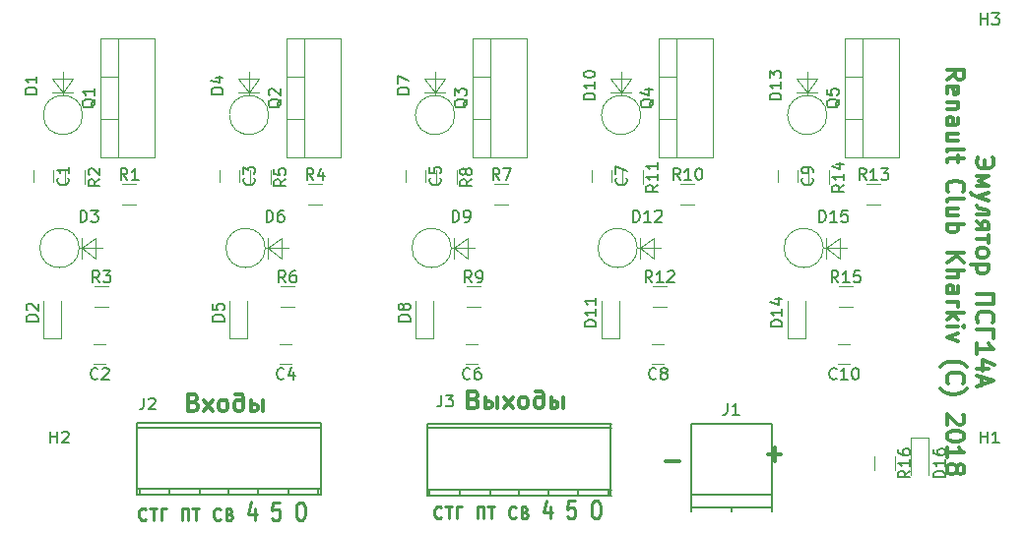
<source format=gto>
G04 #@! TF.GenerationSoftware,KiCad,Pcbnew,5.0.2-bee76a0~70~ubuntu16.04.1*
G04 #@! TF.CreationDate,2018-12-22T18:20:01+02:00*
G04 #@! TF.ProjectId,psg14a_power,70736731-3461-45f7-906f-7765722e6b69,rev?*
G04 #@! TF.SameCoordinates,Original*
G04 #@! TF.FileFunction,Legend,Top*
G04 #@! TF.FilePolarity,Positive*
%FSLAX46Y46*%
G04 Gerber Fmt 4.6, Leading zero omitted, Abs format (unit mm)*
G04 Created by KiCad (PCBNEW 5.0.2-bee76a0~70~ubuntu16.04.1) date сб, 22-гру-2018 18:20:01 +0200*
%MOMM*%
%LPD*%
G01*
G04 APERTURE LIST*
%ADD10C,0.300000*%
%ADD11C,0.250000*%
%ADD12C,0.150000*%
%ADD13C,0.120000*%
G04 APERTURE END LIST*
D10*
X90932071Y-78212142D02*
X92074928Y-78212142D01*
X91503500Y-78783571D02*
X91503500Y-77640714D01*
X82169071Y-78783642D02*
X83311928Y-78783642D01*
D11*
X62834071Y-83665142D02*
X62719785Y-83736571D01*
X62491214Y-83736571D01*
X62376928Y-83665142D01*
X62319785Y-83593714D01*
X62262642Y-83450857D01*
X62262642Y-83022285D01*
X62319785Y-82879428D01*
X62376928Y-82808000D01*
X62491214Y-82736571D01*
X62719785Y-82736571D01*
X62834071Y-82808000D01*
X63176928Y-82736571D02*
X63748357Y-82736571D01*
X63462642Y-82736571D02*
X63462642Y-83736571D01*
X64148357Y-83736571D02*
X64148357Y-82736571D01*
X64605500Y-82736571D01*
X65919785Y-83736571D02*
X65919785Y-82736571D01*
X66434071Y-82736571D01*
X66434071Y-83736571D01*
X66834071Y-82736571D02*
X67405500Y-82736571D01*
X67119785Y-82736571D02*
X67119785Y-83736571D01*
X69234071Y-83665142D02*
X69119785Y-83736571D01*
X68891214Y-83736571D01*
X68776928Y-83665142D01*
X68719785Y-83593714D01*
X68662642Y-83450857D01*
X68662642Y-83022285D01*
X68719785Y-82879428D01*
X68776928Y-82808000D01*
X68891214Y-82736571D01*
X69119785Y-82736571D01*
X69234071Y-82808000D01*
X70034071Y-83236571D02*
X70205500Y-83308000D01*
X70262642Y-83450857D01*
X70262642Y-83522285D01*
X70205500Y-83665142D01*
X70091214Y-83736571D01*
X69748357Y-83736571D01*
X69748357Y-82736571D01*
X70034071Y-82736571D01*
X70148357Y-82808000D01*
X70205500Y-82950857D01*
X70205500Y-83022285D01*
X70148357Y-83165142D01*
X70034071Y-83236571D01*
X69748357Y-83236571D01*
X72205500Y-82736571D02*
X72205500Y-83736571D01*
X71919785Y-82165142D02*
X71634071Y-83236571D01*
X72376928Y-83236571D01*
X74319785Y-82236571D02*
X73748357Y-82236571D01*
X73691214Y-82950857D01*
X73748357Y-82879428D01*
X73862642Y-82808000D01*
X74148357Y-82808000D01*
X74262642Y-82879428D01*
X74319785Y-82950857D01*
X74376928Y-83093714D01*
X74376928Y-83450857D01*
X74319785Y-83593714D01*
X74262642Y-83665142D01*
X74148357Y-83736571D01*
X73862642Y-83736571D01*
X73748357Y-83665142D01*
X73691214Y-83593714D01*
X76034071Y-82236571D02*
X76262642Y-82236571D01*
X76376928Y-82308000D01*
X76491214Y-82450857D01*
X76548357Y-82736571D01*
X76548357Y-83236571D01*
X76491214Y-83522285D01*
X76376928Y-83665142D01*
X76262642Y-83736571D01*
X76034071Y-83736571D01*
X75919785Y-83665142D01*
X75805500Y-83522285D01*
X75748357Y-83236571D01*
X75748357Y-82736571D01*
X75805500Y-82450857D01*
X75919785Y-82308000D01*
X76034071Y-82236571D01*
X37434071Y-83792142D02*
X37319785Y-83863571D01*
X37091214Y-83863571D01*
X36976928Y-83792142D01*
X36919785Y-83720714D01*
X36862642Y-83577857D01*
X36862642Y-83149285D01*
X36919785Y-83006428D01*
X36976928Y-82935000D01*
X37091214Y-82863571D01*
X37319785Y-82863571D01*
X37434071Y-82935000D01*
X37776928Y-82863571D02*
X38348357Y-82863571D01*
X38062642Y-82863571D02*
X38062642Y-83863571D01*
X38748357Y-83863571D02*
X38748357Y-82863571D01*
X39205500Y-82863571D01*
X40519785Y-83863571D02*
X40519785Y-82863571D01*
X41034071Y-82863571D01*
X41034071Y-83863571D01*
X41434071Y-82863571D02*
X42005500Y-82863571D01*
X41719785Y-82863571D02*
X41719785Y-83863571D01*
X43834071Y-83792142D02*
X43719785Y-83863571D01*
X43491214Y-83863571D01*
X43376928Y-83792142D01*
X43319785Y-83720714D01*
X43262642Y-83577857D01*
X43262642Y-83149285D01*
X43319785Y-83006428D01*
X43376928Y-82935000D01*
X43491214Y-82863571D01*
X43719785Y-82863571D01*
X43834071Y-82935000D01*
X44634071Y-83363571D02*
X44805500Y-83435000D01*
X44862642Y-83577857D01*
X44862642Y-83649285D01*
X44805500Y-83792142D01*
X44691214Y-83863571D01*
X44348357Y-83863571D01*
X44348357Y-82863571D01*
X44634071Y-82863571D01*
X44748357Y-82935000D01*
X44805500Y-83077857D01*
X44805500Y-83149285D01*
X44748357Y-83292142D01*
X44634071Y-83363571D01*
X44348357Y-83363571D01*
X46805500Y-82863571D02*
X46805500Y-83863571D01*
X46519785Y-82292142D02*
X46234071Y-83363571D01*
X46976928Y-83363571D01*
X48919785Y-82363571D02*
X48348357Y-82363571D01*
X48291214Y-83077857D01*
X48348357Y-83006428D01*
X48462642Y-82935000D01*
X48748357Y-82935000D01*
X48862642Y-83006428D01*
X48919785Y-83077857D01*
X48976928Y-83220714D01*
X48976928Y-83577857D01*
X48919785Y-83720714D01*
X48862642Y-83792142D01*
X48748357Y-83863571D01*
X48462642Y-83863571D01*
X48348357Y-83792142D01*
X48291214Y-83720714D01*
X50634071Y-82363571D02*
X50862642Y-82363571D01*
X50976928Y-82435000D01*
X51091214Y-82577857D01*
X51148357Y-82863571D01*
X51148357Y-83363571D01*
X51091214Y-83649285D01*
X50976928Y-83792142D01*
X50862642Y-83863571D01*
X50634071Y-83863571D01*
X50519785Y-83792142D01*
X50405500Y-83649285D01*
X50348357Y-83363571D01*
X50348357Y-82863571D01*
X50405500Y-82577857D01*
X50519785Y-82435000D01*
X50634071Y-82363571D01*
D10*
X65643571Y-73489357D02*
X65857857Y-73560785D01*
X65929285Y-73632214D01*
X66000714Y-73775071D01*
X66000714Y-73989357D01*
X65929285Y-74132214D01*
X65857857Y-74203642D01*
X65714999Y-74275071D01*
X65143571Y-74275071D01*
X65143571Y-72775071D01*
X65643571Y-72775071D01*
X65786428Y-72846500D01*
X65857857Y-72917928D01*
X65929285Y-73060785D01*
X65929285Y-73203642D01*
X65857857Y-73346500D01*
X65786428Y-73417928D01*
X65643571Y-73489357D01*
X65143571Y-73489357D01*
X67643571Y-73275071D02*
X67643571Y-74275071D01*
X66643571Y-73275071D02*
X66643571Y-74275071D01*
X67000714Y-74275071D01*
X67143571Y-74203642D01*
X67215000Y-74060785D01*
X67215000Y-73846500D01*
X67143571Y-73703642D01*
X67000714Y-73632214D01*
X66643571Y-73632214D01*
X68215000Y-74275071D02*
X69000714Y-73275071D01*
X68215000Y-73275071D02*
X69000714Y-74275071D01*
X69786428Y-74275071D02*
X69643571Y-74203642D01*
X69572142Y-74132214D01*
X69500714Y-73989357D01*
X69500714Y-73560785D01*
X69572142Y-73417928D01*
X69643571Y-73346500D01*
X69786428Y-73275071D01*
X70000714Y-73275071D01*
X70143571Y-73346500D01*
X70215000Y-73417928D01*
X70286428Y-73560785D01*
X70286428Y-73989357D01*
X70215000Y-74132214D01*
X70143571Y-74203642D01*
X70000714Y-74275071D01*
X69786428Y-74275071D01*
X71643571Y-73417928D02*
X71572142Y-73346500D01*
X71429285Y-73275071D01*
X71143571Y-73275071D01*
X71000714Y-73346500D01*
X70929285Y-73417928D01*
X70857857Y-73560785D01*
X70857857Y-73989357D01*
X70929285Y-74132214D01*
X71000714Y-74203642D01*
X71143571Y-74275071D01*
X71357857Y-74275071D01*
X71500714Y-74203642D01*
X71572142Y-74132214D01*
X71643571Y-73989357D01*
X71643571Y-73060785D01*
X71572142Y-72917928D01*
X71500714Y-72846500D01*
X71357857Y-72775071D01*
X71072142Y-72775071D01*
X70929285Y-72846500D01*
X73286428Y-73275071D02*
X73286428Y-74275071D01*
X72286428Y-73275071D02*
X72286428Y-74275071D01*
X72643571Y-74275071D01*
X72786428Y-74203642D01*
X72857857Y-74060785D01*
X72857857Y-73846500D01*
X72786428Y-73703642D01*
X72643571Y-73632214D01*
X72286428Y-73632214D01*
X41545214Y-73743357D02*
X41759500Y-73814785D01*
X41830928Y-73886214D01*
X41902357Y-74029071D01*
X41902357Y-74243357D01*
X41830928Y-74386214D01*
X41759500Y-74457642D01*
X41616642Y-74529071D01*
X41045214Y-74529071D01*
X41045214Y-73029071D01*
X41545214Y-73029071D01*
X41688071Y-73100500D01*
X41759500Y-73171928D01*
X41830928Y-73314785D01*
X41830928Y-73457642D01*
X41759500Y-73600500D01*
X41688071Y-73671928D01*
X41545214Y-73743357D01*
X41045214Y-73743357D01*
X42402357Y-74529071D02*
X43188071Y-73529071D01*
X42402357Y-73529071D02*
X43188071Y-74529071D01*
X43973785Y-74529071D02*
X43830928Y-74457642D01*
X43759500Y-74386214D01*
X43688071Y-74243357D01*
X43688071Y-73814785D01*
X43759500Y-73671928D01*
X43830928Y-73600500D01*
X43973785Y-73529071D01*
X44188071Y-73529071D01*
X44330928Y-73600500D01*
X44402357Y-73671928D01*
X44473785Y-73814785D01*
X44473785Y-74243357D01*
X44402357Y-74386214D01*
X44330928Y-74457642D01*
X44188071Y-74529071D01*
X43973785Y-74529071D01*
X45830928Y-73671928D02*
X45759500Y-73600500D01*
X45616642Y-73529071D01*
X45330928Y-73529071D01*
X45188071Y-73600500D01*
X45116642Y-73671928D01*
X45045214Y-73814785D01*
X45045214Y-74243357D01*
X45116642Y-74386214D01*
X45188071Y-74457642D01*
X45330928Y-74529071D01*
X45545214Y-74529071D01*
X45688071Y-74457642D01*
X45759500Y-74386214D01*
X45830928Y-74243357D01*
X45830928Y-73314785D01*
X45759500Y-73171928D01*
X45688071Y-73100500D01*
X45545214Y-73029071D01*
X45259500Y-73029071D01*
X45116642Y-73100500D01*
X47473785Y-73529071D02*
X47473785Y-74529071D01*
X46473785Y-73529071D02*
X46473785Y-74529071D01*
X46830928Y-74529071D01*
X46973785Y-74457642D01*
X47045214Y-74314785D01*
X47045214Y-74100500D01*
X46973785Y-73957642D01*
X46830928Y-73886214D01*
X46473785Y-73886214D01*
X109578214Y-53626857D02*
X109578214Y-52912571D01*
X110221071Y-52698285D02*
X110292500Y-52769714D01*
X110363928Y-52984000D01*
X110363928Y-53126857D01*
X110292500Y-53341142D01*
X110149642Y-53484000D01*
X110006785Y-53555428D01*
X109721071Y-53626857D01*
X109506785Y-53626857D01*
X109221071Y-53555428D01*
X109078214Y-53484000D01*
X108935357Y-53341142D01*
X108863928Y-53126857D01*
X108863928Y-52984000D01*
X108935357Y-52769714D01*
X109006785Y-52698285D01*
X108863928Y-54269714D02*
X109863928Y-54269714D01*
X109078214Y-54698285D01*
X109863928Y-55126857D01*
X108863928Y-55126857D01*
X109863928Y-55698285D02*
X108863928Y-56055428D01*
X109863928Y-56412571D02*
X108863928Y-56055428D01*
X108506785Y-55912571D01*
X108435357Y-55841142D01*
X108363928Y-55698285D01*
X108863928Y-57555428D02*
X109863928Y-57555428D01*
X109863928Y-57341142D01*
X109792500Y-57198285D01*
X109649642Y-57126857D01*
X109078214Y-57055428D01*
X108935357Y-56984000D01*
X108863928Y-56841142D01*
X109292500Y-58555428D02*
X108863928Y-58198285D01*
X108863928Y-58841142D02*
X109863928Y-58841142D01*
X109863928Y-58412571D01*
X109792500Y-58269714D01*
X109649642Y-58198285D01*
X109506785Y-58198285D01*
X109363928Y-58269714D01*
X109292500Y-58412571D01*
X109292500Y-58841142D01*
X109863928Y-59341142D02*
X109863928Y-60055428D01*
X109863928Y-59698285D02*
X108863928Y-59698285D01*
X108863928Y-60769714D02*
X108935357Y-60626857D01*
X109006785Y-60555428D01*
X109149642Y-60484000D01*
X109578214Y-60484000D01*
X109721071Y-60555428D01*
X109792500Y-60626857D01*
X109863928Y-60769714D01*
X109863928Y-60984000D01*
X109792500Y-61126857D01*
X109721071Y-61198285D01*
X109578214Y-61269714D01*
X109149642Y-61269714D01*
X109006785Y-61198285D01*
X108935357Y-61126857D01*
X108863928Y-60984000D01*
X108863928Y-60769714D01*
X109863928Y-61912571D02*
X108363928Y-61912571D01*
X109792500Y-61912571D02*
X109863928Y-62055428D01*
X109863928Y-62341142D01*
X109792500Y-62484000D01*
X109721071Y-62555428D01*
X109578214Y-62626857D01*
X109149642Y-62626857D01*
X109006785Y-62555428D01*
X108935357Y-62484000D01*
X108863928Y-62341142D01*
X108863928Y-62055428D01*
X108935357Y-61912571D01*
X108863928Y-64412571D02*
X110363928Y-64412571D01*
X110363928Y-65269714D01*
X108863928Y-65269714D01*
X109006785Y-66841142D02*
X108935357Y-66769714D01*
X108863928Y-66555428D01*
X108863928Y-66412571D01*
X108935357Y-66198285D01*
X109078214Y-66055428D01*
X109221071Y-65984000D01*
X109506785Y-65912571D01*
X109721071Y-65912571D01*
X110006785Y-65984000D01*
X110149642Y-66055428D01*
X110292500Y-66198285D01*
X110363928Y-66412571D01*
X110363928Y-66555428D01*
X110292500Y-66769714D01*
X110221071Y-66841142D01*
X108863928Y-67484000D02*
X110363928Y-67484000D01*
X110363928Y-68269714D01*
X108863928Y-69555428D02*
X108863928Y-68698285D01*
X108863928Y-69126857D02*
X110363928Y-69126857D01*
X110149642Y-68984000D01*
X110006785Y-68841142D01*
X109935357Y-68698285D01*
X109863928Y-70841142D02*
X108863928Y-70841142D01*
X110435357Y-70484000D02*
X109363928Y-70126857D01*
X109363928Y-71055428D01*
X109292500Y-71555428D02*
X109292500Y-72269714D01*
X108863928Y-71412571D02*
X110363928Y-71912571D01*
X108863928Y-72412571D01*
X106313928Y-45948285D02*
X107028214Y-45448285D01*
X106313928Y-45091142D02*
X107813928Y-45091142D01*
X107813928Y-45662571D01*
X107742500Y-45805428D01*
X107671071Y-45876857D01*
X107528214Y-45948285D01*
X107313928Y-45948285D01*
X107171071Y-45876857D01*
X107099642Y-45805428D01*
X107028214Y-45662571D01*
X107028214Y-45091142D01*
X106385357Y-47162571D02*
X106313928Y-47019714D01*
X106313928Y-46734000D01*
X106385357Y-46591142D01*
X106528214Y-46519714D01*
X107099642Y-46519714D01*
X107242500Y-46591142D01*
X107313928Y-46734000D01*
X107313928Y-47019714D01*
X107242500Y-47162571D01*
X107099642Y-47234000D01*
X106956785Y-47234000D01*
X106813928Y-46519714D01*
X107313928Y-47876857D02*
X106313928Y-47876857D01*
X107171071Y-47876857D02*
X107242500Y-47948285D01*
X107313928Y-48091142D01*
X107313928Y-48305428D01*
X107242500Y-48448285D01*
X107099642Y-48519714D01*
X106313928Y-48519714D01*
X106313928Y-49876857D02*
X107099642Y-49876857D01*
X107242500Y-49805428D01*
X107313928Y-49662571D01*
X107313928Y-49376857D01*
X107242500Y-49234000D01*
X106385357Y-49876857D02*
X106313928Y-49734000D01*
X106313928Y-49376857D01*
X106385357Y-49234000D01*
X106528214Y-49162571D01*
X106671071Y-49162571D01*
X106813928Y-49234000D01*
X106885357Y-49376857D01*
X106885357Y-49734000D01*
X106956785Y-49876857D01*
X107313928Y-51234000D02*
X106313928Y-51234000D01*
X107313928Y-50591142D02*
X106528214Y-50591142D01*
X106385357Y-50662571D01*
X106313928Y-50805428D01*
X106313928Y-51019714D01*
X106385357Y-51162571D01*
X106456785Y-51234000D01*
X106313928Y-52162571D02*
X106385357Y-52019714D01*
X106528214Y-51948285D01*
X107813928Y-51948285D01*
X107313928Y-52519714D02*
X107313928Y-53091142D01*
X107813928Y-52734000D02*
X106528214Y-52734000D01*
X106385357Y-52805428D01*
X106313928Y-52948285D01*
X106313928Y-53091142D01*
X106456785Y-55591142D02*
X106385357Y-55519714D01*
X106313928Y-55305428D01*
X106313928Y-55162571D01*
X106385357Y-54948285D01*
X106528214Y-54805428D01*
X106671071Y-54734000D01*
X106956785Y-54662571D01*
X107171071Y-54662571D01*
X107456785Y-54734000D01*
X107599642Y-54805428D01*
X107742500Y-54948285D01*
X107813928Y-55162571D01*
X107813928Y-55305428D01*
X107742500Y-55519714D01*
X107671071Y-55591142D01*
X106313928Y-56448285D02*
X106385357Y-56305428D01*
X106528214Y-56234000D01*
X107813928Y-56234000D01*
X107313928Y-57662571D02*
X106313928Y-57662571D01*
X107313928Y-57019714D02*
X106528214Y-57019714D01*
X106385357Y-57091142D01*
X106313928Y-57234000D01*
X106313928Y-57448285D01*
X106385357Y-57591142D01*
X106456785Y-57662571D01*
X106313928Y-58376857D02*
X107813928Y-58376857D01*
X107242500Y-58376857D02*
X107313928Y-58519714D01*
X107313928Y-58805428D01*
X107242500Y-58948285D01*
X107171071Y-59019714D01*
X107028214Y-59091142D01*
X106599642Y-59091142D01*
X106456785Y-59019714D01*
X106385357Y-58948285D01*
X106313928Y-58805428D01*
X106313928Y-58519714D01*
X106385357Y-58376857D01*
X106313928Y-60876857D02*
X107813928Y-60876857D01*
X106313928Y-61734000D02*
X107171071Y-61091142D01*
X107813928Y-61734000D02*
X106956785Y-60876857D01*
X106313928Y-62376857D02*
X107813928Y-62376857D01*
X106313928Y-63019714D02*
X107099642Y-63019714D01*
X107242500Y-62948285D01*
X107313928Y-62805428D01*
X107313928Y-62591142D01*
X107242500Y-62448285D01*
X107171071Y-62376857D01*
X106313928Y-64376857D02*
X107099642Y-64376857D01*
X107242500Y-64305428D01*
X107313928Y-64162571D01*
X107313928Y-63876857D01*
X107242500Y-63734000D01*
X106385357Y-64376857D02*
X106313928Y-64234000D01*
X106313928Y-63876857D01*
X106385357Y-63734000D01*
X106528214Y-63662571D01*
X106671071Y-63662571D01*
X106813928Y-63734000D01*
X106885357Y-63876857D01*
X106885357Y-64234000D01*
X106956785Y-64376857D01*
X106313928Y-65091142D02*
X107313928Y-65091142D01*
X107028214Y-65091142D02*
X107171071Y-65162571D01*
X107242500Y-65234000D01*
X107313928Y-65376857D01*
X107313928Y-65519714D01*
X106313928Y-66019714D02*
X107813928Y-66019714D01*
X106885357Y-66162571D02*
X106313928Y-66591142D01*
X107313928Y-66591142D02*
X106742500Y-66019714D01*
X106313928Y-67234000D02*
X107313928Y-67234000D01*
X107813928Y-67234000D02*
X107742500Y-67162571D01*
X107671071Y-67234000D01*
X107742500Y-67305428D01*
X107813928Y-67234000D01*
X107671071Y-67234000D01*
X107313928Y-67805428D02*
X106313928Y-68162571D01*
X107313928Y-68519714D01*
X105742500Y-70662571D02*
X105813928Y-70591142D01*
X106028214Y-70448285D01*
X106171071Y-70376857D01*
X106385357Y-70305428D01*
X106742500Y-70234000D01*
X107028214Y-70234000D01*
X107385357Y-70305428D01*
X107599642Y-70376857D01*
X107742500Y-70448285D01*
X107956785Y-70591142D01*
X108028214Y-70662571D01*
X106456785Y-72091142D02*
X106385357Y-72019714D01*
X106313928Y-71805428D01*
X106313928Y-71662571D01*
X106385357Y-71448285D01*
X106528214Y-71305428D01*
X106671071Y-71234000D01*
X106956785Y-71162571D01*
X107171071Y-71162571D01*
X107456785Y-71234000D01*
X107599642Y-71305428D01*
X107742500Y-71448285D01*
X107813928Y-71662571D01*
X107813928Y-71805428D01*
X107742500Y-72019714D01*
X107671071Y-72091142D01*
X105742500Y-72591142D02*
X105813928Y-72662571D01*
X106028214Y-72805428D01*
X106171071Y-72876857D01*
X106385357Y-72948285D01*
X106742500Y-73019714D01*
X107028214Y-73019714D01*
X107385357Y-72948285D01*
X107599642Y-72876857D01*
X107742500Y-72805428D01*
X107956785Y-72662571D01*
X108028214Y-72591142D01*
X107671071Y-74805428D02*
X107742500Y-74876857D01*
X107813928Y-75019714D01*
X107813928Y-75376857D01*
X107742500Y-75519714D01*
X107671071Y-75591142D01*
X107528214Y-75662571D01*
X107385357Y-75662571D01*
X107171071Y-75591142D01*
X106313928Y-74734000D01*
X106313928Y-75662571D01*
X107813928Y-76591142D02*
X107813928Y-76734000D01*
X107742500Y-76876857D01*
X107671071Y-76948285D01*
X107528214Y-77019714D01*
X107242500Y-77091142D01*
X106885357Y-77091142D01*
X106599642Y-77019714D01*
X106456785Y-76948285D01*
X106385357Y-76876857D01*
X106313928Y-76734000D01*
X106313928Y-76591142D01*
X106385357Y-76448285D01*
X106456785Y-76376857D01*
X106599642Y-76305428D01*
X106885357Y-76234000D01*
X107242500Y-76234000D01*
X107528214Y-76305428D01*
X107671071Y-76376857D01*
X107742500Y-76448285D01*
X107813928Y-76591142D01*
X106313928Y-78519714D02*
X106313928Y-77662571D01*
X106313928Y-78091142D02*
X107813928Y-78091142D01*
X107599642Y-77948285D01*
X107456785Y-77805428D01*
X107385357Y-77662571D01*
X107171071Y-79376857D02*
X107242500Y-79234000D01*
X107313928Y-79162571D01*
X107456785Y-79091142D01*
X107528214Y-79091142D01*
X107671071Y-79162571D01*
X107742500Y-79234000D01*
X107813928Y-79376857D01*
X107813928Y-79662571D01*
X107742500Y-79805428D01*
X107671071Y-79876857D01*
X107528214Y-79948285D01*
X107456785Y-79948285D01*
X107313928Y-79876857D01*
X107242500Y-79805428D01*
X107171071Y-79662571D01*
X107171071Y-79376857D01*
X107099642Y-79234000D01*
X107028214Y-79162571D01*
X106885357Y-79091142D01*
X106599642Y-79091142D01*
X106456785Y-79162571D01*
X106385357Y-79234000D01*
X106313928Y-79376857D01*
X106313928Y-79662571D01*
X106385357Y-79805428D01*
X106456785Y-79876857D01*
X106599642Y-79948285D01*
X106885357Y-79948285D01*
X107028214Y-79876857D01*
X107099642Y-79805428D01*
X107171071Y-79662571D01*
D12*
G04 #@! TO.C,J1*
X91292500Y-75576500D02*
X84292500Y-75576500D01*
X91292500Y-83176500D02*
X91292500Y-75576500D01*
X84292500Y-75576500D02*
X84292500Y-83176500D01*
X84292500Y-82776500D02*
X91292500Y-82776500D01*
X84292500Y-81676500D02*
X91292500Y-81676500D01*
X87792500Y-82776500D02*
X87792500Y-83176500D01*
D13*
G04 #@! TO.C,D16*
X104750000Y-76800000D02*
X103250000Y-76800000D01*
X104750000Y-76800000D02*
X104750000Y-80000000D01*
X103250000Y-80000000D02*
X103250000Y-76800000D01*
G04 #@! TO.C,R16*
X101880000Y-78400000D02*
X101880000Y-79600000D01*
X100120000Y-79600000D02*
X100120000Y-78400000D01*
G04 #@! TO.C,C2*
X32972120Y-70420600D02*
X33972120Y-70420600D01*
X33972120Y-68720600D02*
X32972120Y-68720600D01*
G04 #@! TO.C,C3*
X43760560Y-53749320D02*
X43760560Y-54749320D01*
X45460560Y-54749320D02*
X45460560Y-53749320D01*
G04 #@! TO.C,C4*
X48972120Y-70420600D02*
X49972120Y-70420600D01*
X49972120Y-68720600D02*
X48972120Y-68720600D01*
G04 #@! TO.C,C5*
X59760560Y-53749320D02*
X59760560Y-54749320D01*
X61460560Y-54749320D02*
X61460560Y-53749320D01*
G04 #@! TO.C,C6*
X64972120Y-70420600D02*
X65972120Y-70420600D01*
X65972120Y-68720600D02*
X64972120Y-68720600D01*
G04 #@! TO.C,C7*
X75760560Y-53749320D02*
X75760560Y-54749320D01*
X77460560Y-54749320D02*
X77460560Y-53749320D01*
G04 #@! TO.C,C8*
X80972120Y-70420600D02*
X81972120Y-70420600D01*
X81972120Y-68720600D02*
X80972120Y-68720600D01*
G04 #@! TO.C,C9*
X91760560Y-53749320D02*
X91760560Y-54749320D01*
X93460560Y-54749320D02*
X93460560Y-53749320D01*
G04 #@! TO.C,C10*
X96972120Y-70420600D02*
X97972120Y-70420600D01*
X97972120Y-68720600D02*
X96972120Y-68720600D01*
G04 #@! TO.C,C1*
X27760560Y-53749320D02*
X27760560Y-54749320D01*
X29460560Y-54749320D02*
X29460560Y-53749320D01*
G04 #@! TO.C,D15*
X95698195Y-60457080D02*
X97687560Y-60457080D01*
X95954893Y-59568080D02*
X95954893Y-61346080D01*
X95954893Y-60457080D02*
X97140227Y-59568080D01*
X97140227Y-59568080D02*
X97140227Y-61346080D01*
X97140227Y-61346080D02*
X95954893Y-60457080D01*
X95698195Y-60457080D02*
G75*
G03X95698195Y-60457080I-1690635J0D01*
G01*
G04 #@! TO.C,D13*
X95997915Y-49011840D02*
G75*
G03X95997915Y-49011840I-1690635J0D01*
G01*
X95196280Y-45879173D02*
X94307280Y-47064507D01*
X93418280Y-45879173D02*
X95196280Y-45879173D01*
X94307280Y-47064507D02*
X93418280Y-45879173D01*
X93418280Y-47064507D02*
X95196280Y-47064507D01*
X94307280Y-47321205D02*
X94307280Y-45331840D01*
G04 #@! TO.C,D1*
X30307280Y-47321205D02*
X30307280Y-45331840D01*
X29418280Y-47064507D02*
X31196280Y-47064507D01*
X30307280Y-47064507D02*
X29418280Y-45879173D01*
X29418280Y-45879173D02*
X31196280Y-45879173D01*
X31196280Y-45879173D02*
X30307280Y-47064507D01*
X31997915Y-49011840D02*
G75*
G03X31997915Y-49011840I-1690635J0D01*
G01*
G04 #@! TO.C,D3*
X31698195Y-60457080D02*
G75*
G03X31698195Y-60457080I-1690635J0D01*
G01*
X33140227Y-61346080D02*
X31954893Y-60457080D01*
X33140227Y-59568080D02*
X33140227Y-61346080D01*
X31954893Y-60457080D02*
X33140227Y-59568080D01*
X31954893Y-59568080D02*
X31954893Y-61346080D01*
X31698195Y-60457080D02*
X33687560Y-60457080D01*
G04 #@! TO.C,D4*
X46307280Y-47321205D02*
X46307280Y-45331840D01*
X45418280Y-47064507D02*
X47196280Y-47064507D01*
X46307280Y-47064507D02*
X45418280Y-45879173D01*
X45418280Y-45879173D02*
X47196280Y-45879173D01*
X47196280Y-45879173D02*
X46307280Y-47064507D01*
X47997915Y-49011840D02*
G75*
G03X47997915Y-49011840I-1690635J0D01*
G01*
G04 #@! TO.C,D6*
X47698195Y-60457080D02*
G75*
G03X47698195Y-60457080I-1690635J0D01*
G01*
X49140227Y-61346080D02*
X47954893Y-60457080D01*
X49140227Y-59568080D02*
X49140227Y-61346080D01*
X47954893Y-60457080D02*
X49140227Y-59568080D01*
X47954893Y-59568080D02*
X47954893Y-61346080D01*
X47698195Y-60457080D02*
X49687560Y-60457080D01*
G04 #@! TO.C,D7*
X62307280Y-47321205D02*
X62307280Y-45331840D01*
X61418280Y-47064507D02*
X63196280Y-47064507D01*
X62307280Y-47064507D02*
X61418280Y-45879173D01*
X61418280Y-45879173D02*
X63196280Y-45879173D01*
X63196280Y-45879173D02*
X62307280Y-47064507D01*
X63997915Y-49011840D02*
G75*
G03X63997915Y-49011840I-1690635J0D01*
G01*
G04 #@! TO.C,D9*
X63698195Y-60457080D02*
G75*
G03X63698195Y-60457080I-1690635J0D01*
G01*
X65140227Y-61346080D02*
X63954893Y-60457080D01*
X65140227Y-59568080D02*
X65140227Y-61346080D01*
X63954893Y-60457080D02*
X65140227Y-59568080D01*
X63954893Y-59568080D02*
X63954893Y-61346080D01*
X63698195Y-60457080D02*
X65687560Y-60457080D01*
G04 #@! TO.C,D10*
X78307280Y-47321205D02*
X78307280Y-45331840D01*
X77418280Y-47064507D02*
X79196280Y-47064507D01*
X78307280Y-47064507D02*
X77418280Y-45879173D01*
X77418280Y-45879173D02*
X79196280Y-45879173D01*
X79196280Y-45879173D02*
X78307280Y-47064507D01*
X79997915Y-49011840D02*
G75*
G03X79997915Y-49011840I-1690635J0D01*
G01*
G04 #@! TO.C,D12*
X79698195Y-60457080D02*
G75*
G03X79698195Y-60457080I-1690635J0D01*
G01*
X81140227Y-61346080D02*
X79954893Y-60457080D01*
X81140227Y-59568080D02*
X81140227Y-61346080D01*
X79954893Y-60457080D02*
X81140227Y-59568080D01*
X79954893Y-59568080D02*
X79954893Y-61346080D01*
X79698195Y-60457080D02*
X81687560Y-60457080D01*
G04 #@! TO.C,D8*
X60658120Y-68219680D02*
X62158120Y-68219680D01*
X60658120Y-68219680D02*
X60658120Y-65019680D01*
X62158120Y-65019680D02*
X62158120Y-68219680D01*
G04 #@! TO.C,D5*
X46158120Y-65019680D02*
X46158120Y-68219680D01*
X44658120Y-68219680D02*
X44658120Y-65019680D01*
X44658120Y-68219680D02*
X46158120Y-68219680D01*
G04 #@! TO.C,D11*
X76658120Y-68219680D02*
X78158120Y-68219680D01*
X76658120Y-68219680D02*
X76658120Y-65019680D01*
X78158120Y-65019680D02*
X78158120Y-68219680D01*
G04 #@! TO.C,D14*
X94158120Y-65019680D02*
X94158120Y-68219680D01*
X92658120Y-68219680D02*
X92658120Y-65019680D01*
X92658120Y-68219680D02*
X94158120Y-68219680D01*
G04 #@! TO.C,D2*
X28658120Y-68219680D02*
X30158120Y-68219680D01*
X28658120Y-68219680D02*
X28658120Y-65019680D01*
X30158120Y-65019680D02*
X30158120Y-68219680D01*
G04 #@! TO.C,R15*
X97014360Y-63788400D02*
X98214360Y-63788400D01*
X98214360Y-65548400D02*
X97014360Y-65548400D01*
G04 #@! TO.C,R1*
X36612120Y-56729520D02*
X35412120Y-56729520D01*
X35412120Y-54969520D02*
X36612120Y-54969520D01*
G04 #@! TO.C,R2*
X32203280Y-53781400D02*
X32203280Y-54981400D01*
X30443280Y-54981400D02*
X30443280Y-53781400D01*
G04 #@! TO.C,R3*
X34214360Y-65548400D02*
X33014360Y-65548400D01*
X33014360Y-63788400D02*
X34214360Y-63788400D01*
G04 #@! TO.C,R4*
X51412120Y-54969520D02*
X52612120Y-54969520D01*
X52612120Y-56729520D02*
X51412120Y-56729520D01*
G04 #@! TO.C,R6*
X50214360Y-65548400D02*
X49014360Y-65548400D01*
X49014360Y-63788400D02*
X50214360Y-63788400D01*
G04 #@! TO.C,R7*
X67412120Y-54969520D02*
X68612120Y-54969520D01*
X68612120Y-56729520D02*
X67412120Y-56729520D01*
G04 #@! TO.C,R8*
X62443280Y-54981400D02*
X62443280Y-53781400D01*
X64203280Y-53781400D02*
X64203280Y-54981400D01*
G04 #@! TO.C,R9*
X65014360Y-63788400D02*
X66214360Y-63788400D01*
X66214360Y-65548400D02*
X65014360Y-65548400D01*
G04 #@! TO.C,R10*
X84612120Y-56729520D02*
X83412120Y-56729520D01*
X83412120Y-54969520D02*
X84612120Y-54969520D01*
G04 #@! TO.C,R11*
X80203280Y-53781400D02*
X80203280Y-54981400D01*
X78443280Y-54981400D02*
X78443280Y-53781400D01*
G04 #@! TO.C,R12*
X82214360Y-65548400D02*
X81014360Y-65548400D01*
X81014360Y-63788400D02*
X82214360Y-63788400D01*
G04 #@! TO.C,R13*
X99412120Y-54969520D02*
X100612120Y-54969520D01*
X100612120Y-56729520D02*
X99412120Y-56729520D01*
G04 #@! TO.C,R14*
X94443280Y-54981400D02*
X94443280Y-53781400D01*
X96203280Y-53781400D02*
X96203280Y-54981400D01*
G04 #@! TO.C,R5*
X48203280Y-53781400D02*
X48203280Y-54981400D01*
X46443280Y-54981400D02*
X46443280Y-53781400D01*
G04 #@! TO.C,Q5*
X97539440Y-45687640D02*
X99049440Y-45687640D01*
X97539440Y-49388640D02*
X99049440Y-49388640D01*
X99049440Y-52658640D02*
X99049440Y-42418640D01*
X97539440Y-42418640D02*
X102180440Y-42418640D01*
X97539440Y-52658640D02*
X102180440Y-52658640D01*
X102180440Y-52658640D02*
X102180440Y-42418640D01*
X97539440Y-52658640D02*
X97539440Y-42418640D01*
G04 #@! TO.C,Q4*
X81539440Y-52658640D02*
X81539440Y-42418640D01*
X86180440Y-52658640D02*
X86180440Y-42418640D01*
X81539440Y-52658640D02*
X86180440Y-52658640D01*
X81539440Y-42418640D02*
X86180440Y-42418640D01*
X83049440Y-52658640D02*
X83049440Y-42418640D01*
X81539440Y-49388640D02*
X83049440Y-49388640D01*
X81539440Y-45687640D02*
X83049440Y-45687640D01*
G04 #@! TO.C,Q3*
X65539440Y-45687640D02*
X67049440Y-45687640D01*
X65539440Y-49388640D02*
X67049440Y-49388640D01*
X67049440Y-52658640D02*
X67049440Y-42418640D01*
X65539440Y-42418640D02*
X70180440Y-42418640D01*
X65539440Y-52658640D02*
X70180440Y-52658640D01*
X70180440Y-52658640D02*
X70180440Y-42418640D01*
X65539440Y-52658640D02*
X65539440Y-42418640D01*
G04 #@! TO.C,Q2*
X49539440Y-52658640D02*
X49539440Y-42418640D01*
X54180440Y-52658640D02*
X54180440Y-42418640D01*
X49539440Y-52658640D02*
X54180440Y-52658640D01*
X49539440Y-42418640D02*
X54180440Y-42418640D01*
X51049440Y-52658640D02*
X51049440Y-42418640D01*
X49539440Y-49388640D02*
X51049440Y-49388640D01*
X49539440Y-45687640D02*
X51049440Y-45687640D01*
G04 #@! TO.C,Q1*
X33539440Y-52658640D02*
X33539440Y-42418640D01*
X38180440Y-52658640D02*
X38180440Y-42418640D01*
X33539440Y-52658640D02*
X38180440Y-52658640D01*
X33539440Y-42418640D02*
X38180440Y-42418640D01*
X35049440Y-52658640D02*
X35049440Y-42418640D01*
X33539440Y-49388640D02*
X35049440Y-49388640D01*
X33539440Y-45687640D02*
X35049440Y-45687640D01*
D12*
G04 #@! TO.C,J3*
X77431900Y-75577700D02*
X61633100Y-75577700D01*
X77431900Y-75976480D02*
X61633100Y-75976480D01*
X61633100Y-81775300D02*
X77431900Y-81775300D01*
X77431900Y-81277460D02*
X61633100Y-81277460D01*
X74632820Y-81277460D02*
X74632820Y-81775300D01*
X72031860Y-81277460D02*
X72031860Y-81775300D01*
X69529960Y-81277460D02*
X69529960Y-81775300D01*
X67033140Y-81277460D02*
X67033140Y-81775300D01*
X61836300Y-81775300D02*
X61836300Y-81277460D01*
X77228700Y-81277460D02*
X77228700Y-81775300D01*
X64434720Y-81775300D02*
X64434720Y-81277460D01*
X77426820Y-81775300D02*
X77426820Y-75577700D01*
X61638180Y-75577700D02*
X61638180Y-81775300D01*
G04 #@! TO.C,J2*
X36682680Y-75514200D02*
X36682680Y-81711800D01*
X52471320Y-81711800D02*
X52471320Y-75514200D01*
X39479220Y-81711800D02*
X39479220Y-81213960D01*
X52273200Y-81213960D02*
X52273200Y-81711800D01*
X36880800Y-81711800D02*
X36880800Y-81213960D01*
X42077640Y-81213960D02*
X42077640Y-81711800D01*
X44574460Y-81213960D02*
X44574460Y-81711800D01*
X47076360Y-81213960D02*
X47076360Y-81711800D01*
X49677320Y-81213960D02*
X49677320Y-81711800D01*
X52476400Y-81213960D02*
X36677600Y-81213960D01*
X36677600Y-81711800D02*
X52476400Y-81711800D01*
X52476400Y-75912980D02*
X36677600Y-75912980D01*
X52476400Y-75514200D02*
X36677600Y-75514200D01*
G04 #@! TO.C,J1*
X87459166Y-73828880D02*
X87459166Y-74543166D01*
X87411547Y-74686023D01*
X87316309Y-74781261D01*
X87173452Y-74828880D01*
X87078214Y-74828880D01*
X88459166Y-74828880D02*
X87887738Y-74828880D01*
X88173452Y-74828880D02*
X88173452Y-73828880D01*
X88078214Y-73971738D01*
X87982976Y-74066976D01*
X87887738Y-74114595D01*
G04 #@! TO.C,H3*
X109238095Y-41252380D02*
X109238095Y-40252380D01*
X109238095Y-40728571D02*
X109809523Y-40728571D01*
X109809523Y-41252380D02*
X109809523Y-40252380D01*
X110190476Y-40252380D02*
X110809523Y-40252380D01*
X110476190Y-40633333D01*
X110619047Y-40633333D01*
X110714285Y-40680952D01*
X110761904Y-40728571D01*
X110809523Y-40823809D01*
X110809523Y-41061904D01*
X110761904Y-41157142D01*
X110714285Y-41204761D01*
X110619047Y-41252380D01*
X110333333Y-41252380D01*
X110238095Y-41204761D01*
X110190476Y-41157142D01*
G04 #@! TO.C,H1*
X109238095Y-77252380D02*
X109238095Y-76252380D01*
X109238095Y-76728571D02*
X109809523Y-76728571D01*
X109809523Y-77252380D02*
X109809523Y-76252380D01*
X110809523Y-77252380D02*
X110238095Y-77252380D01*
X110523809Y-77252380D02*
X110523809Y-76252380D01*
X110428571Y-76395238D01*
X110333333Y-76490476D01*
X110238095Y-76538095D01*
G04 #@! TO.C,H2*
X29238095Y-77252380D02*
X29238095Y-76252380D01*
X29238095Y-76728571D02*
X29809523Y-76728571D01*
X29809523Y-77252380D02*
X29809523Y-76252380D01*
X30238095Y-76347619D02*
X30285714Y-76300000D01*
X30380952Y-76252380D01*
X30619047Y-76252380D01*
X30714285Y-76300000D01*
X30761904Y-76347619D01*
X30809523Y-76442857D01*
X30809523Y-76538095D01*
X30761904Y-76680952D01*
X30190476Y-77252380D01*
X30809523Y-77252380D01*
G04 #@! TO.C,D16*
X106152380Y-80214285D02*
X105152380Y-80214285D01*
X105152380Y-79976190D01*
X105200000Y-79833333D01*
X105295238Y-79738095D01*
X105390476Y-79690476D01*
X105580952Y-79642857D01*
X105723809Y-79642857D01*
X105914285Y-79690476D01*
X106009523Y-79738095D01*
X106104761Y-79833333D01*
X106152380Y-79976190D01*
X106152380Y-80214285D01*
X106152380Y-78690476D02*
X106152380Y-79261904D01*
X106152380Y-78976190D02*
X105152380Y-78976190D01*
X105295238Y-79071428D01*
X105390476Y-79166666D01*
X105438095Y-79261904D01*
X105152380Y-77833333D02*
X105152380Y-78023809D01*
X105200000Y-78119047D01*
X105247619Y-78166666D01*
X105390476Y-78261904D01*
X105580952Y-78309523D01*
X105961904Y-78309523D01*
X106057142Y-78261904D01*
X106104761Y-78214285D01*
X106152380Y-78119047D01*
X106152380Y-77928571D01*
X106104761Y-77833333D01*
X106057142Y-77785714D01*
X105961904Y-77738095D01*
X105723809Y-77738095D01*
X105628571Y-77785714D01*
X105580952Y-77833333D01*
X105533333Y-77928571D01*
X105533333Y-78119047D01*
X105580952Y-78214285D01*
X105628571Y-78261904D01*
X105723809Y-78309523D01*
G04 #@! TO.C,R16*
X103152380Y-79642857D02*
X102676190Y-79976190D01*
X103152380Y-80214285D02*
X102152380Y-80214285D01*
X102152380Y-79833333D01*
X102200000Y-79738095D01*
X102247619Y-79690476D01*
X102342857Y-79642857D01*
X102485714Y-79642857D01*
X102580952Y-79690476D01*
X102628571Y-79738095D01*
X102676190Y-79833333D01*
X102676190Y-80214285D01*
X103152380Y-78690476D02*
X103152380Y-79261904D01*
X103152380Y-78976190D02*
X102152380Y-78976190D01*
X102295238Y-79071428D01*
X102390476Y-79166666D01*
X102438095Y-79261904D01*
X102152380Y-77833333D02*
X102152380Y-78023809D01*
X102200000Y-78119047D01*
X102247619Y-78166666D01*
X102390476Y-78261904D01*
X102580952Y-78309523D01*
X102961904Y-78309523D01*
X103057142Y-78261904D01*
X103104761Y-78214285D01*
X103152380Y-78119047D01*
X103152380Y-77928571D01*
X103104761Y-77833333D01*
X103057142Y-77785714D01*
X102961904Y-77738095D01*
X102723809Y-77738095D01*
X102628571Y-77785714D01*
X102580952Y-77833333D01*
X102533333Y-77928571D01*
X102533333Y-78119047D01*
X102580952Y-78214285D01*
X102628571Y-78261904D01*
X102723809Y-78309523D01*
G04 #@! TO.C,C2*
X33305453Y-71677742D02*
X33257834Y-71725361D01*
X33114977Y-71772980D01*
X33019739Y-71772980D01*
X32876881Y-71725361D01*
X32781643Y-71630123D01*
X32734024Y-71534885D01*
X32686405Y-71344409D01*
X32686405Y-71201552D01*
X32734024Y-71011076D01*
X32781643Y-70915838D01*
X32876881Y-70820600D01*
X33019739Y-70772980D01*
X33114977Y-70772980D01*
X33257834Y-70820600D01*
X33305453Y-70868219D01*
X33686405Y-70868219D02*
X33734024Y-70820600D01*
X33829262Y-70772980D01*
X34067358Y-70772980D01*
X34162596Y-70820600D01*
X34210215Y-70868219D01*
X34257834Y-70963457D01*
X34257834Y-71058695D01*
X34210215Y-71201552D01*
X33638786Y-71772980D01*
X34257834Y-71772980D01*
G04 #@! TO.C,C3*
X46717702Y-54415986D02*
X46765321Y-54463605D01*
X46812940Y-54606462D01*
X46812940Y-54701700D01*
X46765321Y-54844558D01*
X46670083Y-54939796D01*
X46574845Y-54987415D01*
X46384369Y-55035034D01*
X46241512Y-55035034D01*
X46051036Y-54987415D01*
X45955798Y-54939796D01*
X45860560Y-54844558D01*
X45812940Y-54701700D01*
X45812940Y-54606462D01*
X45860560Y-54463605D01*
X45908179Y-54415986D01*
X45812940Y-54082653D02*
X45812940Y-53463605D01*
X46193893Y-53796939D01*
X46193893Y-53654081D01*
X46241512Y-53558843D01*
X46289131Y-53511224D01*
X46384369Y-53463605D01*
X46622464Y-53463605D01*
X46717702Y-53511224D01*
X46765321Y-53558843D01*
X46812940Y-53654081D01*
X46812940Y-53939796D01*
X46765321Y-54035034D01*
X46717702Y-54082653D01*
G04 #@! TO.C,C4*
X49305453Y-71677742D02*
X49257834Y-71725361D01*
X49114977Y-71772980D01*
X49019739Y-71772980D01*
X48876881Y-71725361D01*
X48781643Y-71630123D01*
X48734024Y-71534885D01*
X48686405Y-71344409D01*
X48686405Y-71201552D01*
X48734024Y-71011076D01*
X48781643Y-70915838D01*
X48876881Y-70820600D01*
X49019739Y-70772980D01*
X49114977Y-70772980D01*
X49257834Y-70820600D01*
X49305453Y-70868219D01*
X50162596Y-71106314D02*
X50162596Y-71772980D01*
X49924500Y-70725361D02*
X49686405Y-71439647D01*
X50305453Y-71439647D01*
G04 #@! TO.C,C5*
X62717702Y-54415986D02*
X62765321Y-54463605D01*
X62812940Y-54606462D01*
X62812940Y-54701700D01*
X62765321Y-54844558D01*
X62670083Y-54939796D01*
X62574845Y-54987415D01*
X62384369Y-55035034D01*
X62241512Y-55035034D01*
X62051036Y-54987415D01*
X61955798Y-54939796D01*
X61860560Y-54844558D01*
X61812940Y-54701700D01*
X61812940Y-54606462D01*
X61860560Y-54463605D01*
X61908179Y-54415986D01*
X61812940Y-53511224D02*
X61812940Y-53987415D01*
X62289131Y-54035034D01*
X62241512Y-53987415D01*
X62193893Y-53892177D01*
X62193893Y-53654081D01*
X62241512Y-53558843D01*
X62289131Y-53511224D01*
X62384369Y-53463605D01*
X62622464Y-53463605D01*
X62717702Y-53511224D01*
X62765321Y-53558843D01*
X62812940Y-53654081D01*
X62812940Y-53892177D01*
X62765321Y-53987415D01*
X62717702Y-54035034D01*
G04 #@! TO.C,C6*
X65305453Y-71677742D02*
X65257834Y-71725361D01*
X65114977Y-71772980D01*
X65019739Y-71772980D01*
X64876881Y-71725361D01*
X64781643Y-71630123D01*
X64734024Y-71534885D01*
X64686405Y-71344409D01*
X64686405Y-71201552D01*
X64734024Y-71011076D01*
X64781643Y-70915838D01*
X64876881Y-70820600D01*
X65019739Y-70772980D01*
X65114977Y-70772980D01*
X65257834Y-70820600D01*
X65305453Y-70868219D01*
X66162596Y-70772980D02*
X65972120Y-70772980D01*
X65876881Y-70820600D01*
X65829262Y-70868219D01*
X65734024Y-71011076D01*
X65686405Y-71201552D01*
X65686405Y-71582504D01*
X65734024Y-71677742D01*
X65781643Y-71725361D01*
X65876881Y-71772980D01*
X66067358Y-71772980D01*
X66162596Y-71725361D01*
X66210215Y-71677742D01*
X66257834Y-71582504D01*
X66257834Y-71344409D01*
X66210215Y-71249171D01*
X66162596Y-71201552D01*
X66067358Y-71153933D01*
X65876881Y-71153933D01*
X65781643Y-71201552D01*
X65734024Y-71249171D01*
X65686405Y-71344409D01*
G04 #@! TO.C,C7*
X78717702Y-54415986D02*
X78765321Y-54463605D01*
X78812940Y-54606462D01*
X78812940Y-54701700D01*
X78765321Y-54844558D01*
X78670083Y-54939796D01*
X78574845Y-54987415D01*
X78384369Y-55035034D01*
X78241512Y-55035034D01*
X78051036Y-54987415D01*
X77955798Y-54939796D01*
X77860560Y-54844558D01*
X77812940Y-54701700D01*
X77812940Y-54606462D01*
X77860560Y-54463605D01*
X77908179Y-54415986D01*
X77812940Y-54082653D02*
X77812940Y-53415986D01*
X78812940Y-53844558D01*
G04 #@! TO.C,C8*
X81305453Y-71677742D02*
X81257834Y-71725361D01*
X81114977Y-71772980D01*
X81019739Y-71772980D01*
X80876881Y-71725361D01*
X80781643Y-71630123D01*
X80734024Y-71534885D01*
X80686405Y-71344409D01*
X80686405Y-71201552D01*
X80734024Y-71011076D01*
X80781643Y-70915838D01*
X80876881Y-70820600D01*
X81019739Y-70772980D01*
X81114977Y-70772980D01*
X81257834Y-70820600D01*
X81305453Y-70868219D01*
X81876881Y-71201552D02*
X81781643Y-71153933D01*
X81734024Y-71106314D01*
X81686405Y-71011076D01*
X81686405Y-70963457D01*
X81734024Y-70868219D01*
X81781643Y-70820600D01*
X81876881Y-70772980D01*
X82067358Y-70772980D01*
X82162596Y-70820600D01*
X82210215Y-70868219D01*
X82257834Y-70963457D01*
X82257834Y-71011076D01*
X82210215Y-71106314D01*
X82162596Y-71153933D01*
X82067358Y-71201552D01*
X81876881Y-71201552D01*
X81781643Y-71249171D01*
X81734024Y-71296790D01*
X81686405Y-71392028D01*
X81686405Y-71582504D01*
X81734024Y-71677742D01*
X81781643Y-71725361D01*
X81876881Y-71772980D01*
X82067358Y-71772980D01*
X82162596Y-71725361D01*
X82210215Y-71677742D01*
X82257834Y-71582504D01*
X82257834Y-71392028D01*
X82210215Y-71296790D01*
X82162596Y-71249171D01*
X82067358Y-71201552D01*
G04 #@! TO.C,C9*
X94717702Y-54415986D02*
X94765321Y-54463605D01*
X94812940Y-54606462D01*
X94812940Y-54701700D01*
X94765321Y-54844558D01*
X94670083Y-54939796D01*
X94574845Y-54987415D01*
X94384369Y-55035034D01*
X94241512Y-55035034D01*
X94051036Y-54987415D01*
X93955798Y-54939796D01*
X93860560Y-54844558D01*
X93812940Y-54701700D01*
X93812940Y-54606462D01*
X93860560Y-54463605D01*
X93908179Y-54415986D01*
X94812940Y-53939796D02*
X94812940Y-53749320D01*
X94765321Y-53654081D01*
X94717702Y-53606462D01*
X94574845Y-53511224D01*
X94384369Y-53463605D01*
X94003417Y-53463605D01*
X93908179Y-53511224D01*
X93860560Y-53558843D01*
X93812940Y-53654081D01*
X93812940Y-53844558D01*
X93860560Y-53939796D01*
X93908179Y-53987415D01*
X94003417Y-54035034D01*
X94241512Y-54035034D01*
X94336750Y-53987415D01*
X94384369Y-53939796D01*
X94431988Y-53844558D01*
X94431988Y-53654081D01*
X94384369Y-53558843D01*
X94336750Y-53511224D01*
X94241512Y-53463605D01*
G04 #@! TO.C,C10*
X96829262Y-71677742D02*
X96781643Y-71725361D01*
X96638786Y-71772980D01*
X96543548Y-71772980D01*
X96400691Y-71725361D01*
X96305453Y-71630123D01*
X96257834Y-71534885D01*
X96210215Y-71344409D01*
X96210215Y-71201552D01*
X96257834Y-71011076D01*
X96305453Y-70915838D01*
X96400691Y-70820600D01*
X96543548Y-70772980D01*
X96638786Y-70772980D01*
X96781643Y-70820600D01*
X96829262Y-70868219D01*
X97781643Y-71772980D02*
X97210215Y-71772980D01*
X97495929Y-71772980D02*
X97495929Y-70772980D01*
X97400691Y-70915838D01*
X97305453Y-71011076D01*
X97210215Y-71058695D01*
X98400691Y-70772980D02*
X98495929Y-70772980D01*
X98591167Y-70820600D01*
X98638786Y-70868219D01*
X98686405Y-70963457D01*
X98734024Y-71153933D01*
X98734024Y-71392028D01*
X98686405Y-71582504D01*
X98638786Y-71677742D01*
X98591167Y-71725361D01*
X98495929Y-71772980D01*
X98400691Y-71772980D01*
X98305453Y-71725361D01*
X98257834Y-71677742D01*
X98210215Y-71582504D01*
X98162596Y-71392028D01*
X98162596Y-71153933D01*
X98210215Y-70963457D01*
X98257834Y-70868219D01*
X98305453Y-70820600D01*
X98400691Y-70772980D01*
G04 #@! TO.C,C1*
X30717702Y-54415986D02*
X30765321Y-54463605D01*
X30812940Y-54606462D01*
X30812940Y-54701700D01*
X30765321Y-54844558D01*
X30670083Y-54939796D01*
X30574845Y-54987415D01*
X30384369Y-55035034D01*
X30241512Y-55035034D01*
X30051036Y-54987415D01*
X29955798Y-54939796D01*
X29860560Y-54844558D01*
X29812940Y-54701700D01*
X29812940Y-54606462D01*
X29860560Y-54463605D01*
X29908179Y-54415986D01*
X30812940Y-53463605D02*
X30812940Y-54035034D01*
X30812940Y-53749320D02*
X29812940Y-53749320D01*
X29955798Y-53844558D01*
X30051036Y-53939796D01*
X30098655Y-54035034D01*
G04 #@! TO.C,D15*
X95333274Y-58218825D02*
X95333274Y-57218825D01*
X95571369Y-57218825D01*
X95714226Y-57266445D01*
X95809464Y-57361683D01*
X95857083Y-57456921D01*
X95904702Y-57647397D01*
X95904702Y-57790254D01*
X95857083Y-57980730D01*
X95809464Y-58075968D01*
X95714226Y-58171206D01*
X95571369Y-58218825D01*
X95333274Y-58218825D01*
X96857083Y-58218825D02*
X96285655Y-58218825D01*
X96571369Y-58218825D02*
X96571369Y-57218825D01*
X96476131Y-57361683D01*
X96380893Y-57456921D01*
X96285655Y-57504540D01*
X97761845Y-57218825D02*
X97285655Y-57218825D01*
X97238036Y-57695016D01*
X97285655Y-57647397D01*
X97380893Y-57599778D01*
X97618988Y-57599778D01*
X97714226Y-57647397D01*
X97761845Y-57695016D01*
X97809464Y-57790254D01*
X97809464Y-58028349D01*
X97761845Y-58123587D01*
X97714226Y-58171206D01*
X97618988Y-58218825D01*
X97380893Y-58218825D01*
X97285655Y-58171206D01*
X97238036Y-58123587D01*
G04 #@! TO.C,D13*
X92069025Y-47686125D02*
X91069025Y-47686125D01*
X91069025Y-47448030D01*
X91116645Y-47305173D01*
X91211883Y-47209935D01*
X91307121Y-47162316D01*
X91497597Y-47114697D01*
X91640454Y-47114697D01*
X91830930Y-47162316D01*
X91926168Y-47209935D01*
X92021406Y-47305173D01*
X92069025Y-47448030D01*
X92069025Y-47686125D01*
X92069025Y-46162316D02*
X92069025Y-46733744D01*
X92069025Y-46448030D02*
X91069025Y-46448030D01*
X91211883Y-46543268D01*
X91307121Y-46638506D01*
X91354740Y-46733744D01*
X91069025Y-45828982D02*
X91069025Y-45209935D01*
X91449978Y-45543268D01*
X91449978Y-45400411D01*
X91497597Y-45305173D01*
X91545216Y-45257554D01*
X91640454Y-45209935D01*
X91878549Y-45209935D01*
X91973787Y-45257554D01*
X92021406Y-45305173D01*
X92069025Y-45400411D01*
X92069025Y-45686125D01*
X92021406Y-45781363D01*
X91973787Y-45828982D01*
G04 #@! TO.C,D1*
X28069025Y-47209935D02*
X27069025Y-47209935D01*
X27069025Y-46971840D01*
X27116645Y-46828982D01*
X27211883Y-46733744D01*
X27307121Y-46686125D01*
X27497597Y-46638506D01*
X27640454Y-46638506D01*
X27830930Y-46686125D01*
X27926168Y-46733744D01*
X28021406Y-46828982D01*
X28069025Y-46971840D01*
X28069025Y-47209935D01*
X28069025Y-45686125D02*
X28069025Y-46257554D01*
X28069025Y-45971840D02*
X27069025Y-45971840D01*
X27211883Y-46067078D01*
X27307121Y-46162316D01*
X27354740Y-46257554D01*
G04 #@! TO.C,D3*
X31809464Y-58218825D02*
X31809464Y-57218825D01*
X32047560Y-57218825D01*
X32190417Y-57266445D01*
X32285655Y-57361683D01*
X32333274Y-57456921D01*
X32380893Y-57647397D01*
X32380893Y-57790254D01*
X32333274Y-57980730D01*
X32285655Y-58075968D01*
X32190417Y-58171206D01*
X32047560Y-58218825D01*
X31809464Y-58218825D01*
X32714226Y-57218825D02*
X33333274Y-57218825D01*
X32999940Y-57599778D01*
X33142798Y-57599778D01*
X33238036Y-57647397D01*
X33285655Y-57695016D01*
X33333274Y-57790254D01*
X33333274Y-58028349D01*
X33285655Y-58123587D01*
X33238036Y-58171206D01*
X33142798Y-58218825D01*
X32857083Y-58218825D01*
X32761845Y-58171206D01*
X32714226Y-58123587D01*
G04 #@! TO.C,D4*
X44069025Y-47209935D02*
X43069025Y-47209935D01*
X43069025Y-46971840D01*
X43116645Y-46828982D01*
X43211883Y-46733744D01*
X43307121Y-46686125D01*
X43497597Y-46638506D01*
X43640454Y-46638506D01*
X43830930Y-46686125D01*
X43926168Y-46733744D01*
X44021406Y-46828982D01*
X44069025Y-46971840D01*
X44069025Y-47209935D01*
X43402359Y-45781363D02*
X44069025Y-45781363D01*
X43021406Y-46019459D02*
X43735692Y-46257554D01*
X43735692Y-45638506D01*
G04 #@! TO.C,D6*
X47809464Y-58218825D02*
X47809464Y-57218825D01*
X48047560Y-57218825D01*
X48190417Y-57266445D01*
X48285655Y-57361683D01*
X48333274Y-57456921D01*
X48380893Y-57647397D01*
X48380893Y-57790254D01*
X48333274Y-57980730D01*
X48285655Y-58075968D01*
X48190417Y-58171206D01*
X48047560Y-58218825D01*
X47809464Y-58218825D01*
X49238036Y-57218825D02*
X49047560Y-57218825D01*
X48952321Y-57266445D01*
X48904702Y-57314064D01*
X48809464Y-57456921D01*
X48761845Y-57647397D01*
X48761845Y-58028349D01*
X48809464Y-58123587D01*
X48857083Y-58171206D01*
X48952321Y-58218825D01*
X49142798Y-58218825D01*
X49238036Y-58171206D01*
X49285655Y-58123587D01*
X49333274Y-58028349D01*
X49333274Y-57790254D01*
X49285655Y-57695016D01*
X49238036Y-57647397D01*
X49142798Y-57599778D01*
X48952321Y-57599778D01*
X48857083Y-57647397D01*
X48809464Y-57695016D01*
X48761845Y-57790254D01*
G04 #@! TO.C,D7*
X60069025Y-47209935D02*
X59069025Y-47209935D01*
X59069025Y-46971840D01*
X59116645Y-46828982D01*
X59211883Y-46733744D01*
X59307121Y-46686125D01*
X59497597Y-46638506D01*
X59640454Y-46638506D01*
X59830930Y-46686125D01*
X59926168Y-46733744D01*
X60021406Y-46828982D01*
X60069025Y-46971840D01*
X60069025Y-47209935D01*
X59069025Y-46305173D02*
X59069025Y-45638506D01*
X60069025Y-46067078D01*
G04 #@! TO.C,D9*
X63809464Y-58218825D02*
X63809464Y-57218825D01*
X64047560Y-57218825D01*
X64190417Y-57266445D01*
X64285655Y-57361683D01*
X64333274Y-57456921D01*
X64380893Y-57647397D01*
X64380893Y-57790254D01*
X64333274Y-57980730D01*
X64285655Y-58075968D01*
X64190417Y-58171206D01*
X64047560Y-58218825D01*
X63809464Y-58218825D01*
X64857083Y-58218825D02*
X65047560Y-58218825D01*
X65142798Y-58171206D01*
X65190417Y-58123587D01*
X65285655Y-57980730D01*
X65333274Y-57790254D01*
X65333274Y-57409302D01*
X65285655Y-57314064D01*
X65238036Y-57266445D01*
X65142798Y-57218825D01*
X64952321Y-57218825D01*
X64857083Y-57266445D01*
X64809464Y-57314064D01*
X64761845Y-57409302D01*
X64761845Y-57647397D01*
X64809464Y-57742635D01*
X64857083Y-57790254D01*
X64952321Y-57837873D01*
X65142798Y-57837873D01*
X65238036Y-57790254D01*
X65285655Y-57742635D01*
X65333274Y-57647397D01*
G04 #@! TO.C,D10*
X76069025Y-47686125D02*
X75069025Y-47686125D01*
X75069025Y-47448030D01*
X75116645Y-47305173D01*
X75211883Y-47209935D01*
X75307121Y-47162316D01*
X75497597Y-47114697D01*
X75640454Y-47114697D01*
X75830930Y-47162316D01*
X75926168Y-47209935D01*
X76021406Y-47305173D01*
X76069025Y-47448030D01*
X76069025Y-47686125D01*
X76069025Y-46162316D02*
X76069025Y-46733744D01*
X76069025Y-46448030D02*
X75069025Y-46448030D01*
X75211883Y-46543268D01*
X75307121Y-46638506D01*
X75354740Y-46733744D01*
X75069025Y-45543268D02*
X75069025Y-45448030D01*
X75116645Y-45352792D01*
X75164264Y-45305173D01*
X75259502Y-45257554D01*
X75449978Y-45209935D01*
X75688073Y-45209935D01*
X75878549Y-45257554D01*
X75973787Y-45305173D01*
X76021406Y-45352792D01*
X76069025Y-45448030D01*
X76069025Y-45543268D01*
X76021406Y-45638506D01*
X75973787Y-45686125D01*
X75878549Y-45733744D01*
X75688073Y-45781363D01*
X75449978Y-45781363D01*
X75259502Y-45733744D01*
X75164264Y-45686125D01*
X75116645Y-45638506D01*
X75069025Y-45543268D01*
G04 #@! TO.C,D12*
X79333274Y-58218825D02*
X79333274Y-57218825D01*
X79571369Y-57218825D01*
X79714226Y-57266445D01*
X79809464Y-57361683D01*
X79857083Y-57456921D01*
X79904702Y-57647397D01*
X79904702Y-57790254D01*
X79857083Y-57980730D01*
X79809464Y-58075968D01*
X79714226Y-58171206D01*
X79571369Y-58218825D01*
X79333274Y-58218825D01*
X80857083Y-58218825D02*
X80285655Y-58218825D01*
X80571369Y-58218825D02*
X80571369Y-57218825D01*
X80476131Y-57361683D01*
X80380893Y-57456921D01*
X80285655Y-57504540D01*
X81238036Y-57314064D02*
X81285655Y-57266445D01*
X81380893Y-57218825D01*
X81618988Y-57218825D01*
X81714226Y-57266445D01*
X81761845Y-57314064D01*
X81809464Y-57409302D01*
X81809464Y-57504540D01*
X81761845Y-57647397D01*
X81190417Y-58218825D01*
X81809464Y-58218825D01*
G04 #@! TO.C,D8*
X60160500Y-66757775D02*
X59160500Y-66757775D01*
X59160500Y-66519680D01*
X59208120Y-66376822D01*
X59303358Y-66281584D01*
X59398596Y-66233965D01*
X59589072Y-66186346D01*
X59731929Y-66186346D01*
X59922405Y-66233965D01*
X60017643Y-66281584D01*
X60112881Y-66376822D01*
X60160500Y-66519680D01*
X60160500Y-66757775D01*
X59589072Y-65614918D02*
X59541453Y-65710156D01*
X59493834Y-65757775D01*
X59398596Y-65805394D01*
X59350977Y-65805394D01*
X59255739Y-65757775D01*
X59208120Y-65710156D01*
X59160500Y-65614918D01*
X59160500Y-65424441D01*
X59208120Y-65329203D01*
X59255739Y-65281584D01*
X59350977Y-65233965D01*
X59398596Y-65233965D01*
X59493834Y-65281584D01*
X59541453Y-65329203D01*
X59589072Y-65424441D01*
X59589072Y-65614918D01*
X59636691Y-65710156D01*
X59684310Y-65757775D01*
X59779548Y-65805394D01*
X59970024Y-65805394D01*
X60065262Y-65757775D01*
X60112881Y-65710156D01*
X60160500Y-65614918D01*
X60160500Y-65424441D01*
X60112881Y-65329203D01*
X60065262Y-65281584D01*
X59970024Y-65233965D01*
X59779548Y-65233965D01*
X59684310Y-65281584D01*
X59636691Y-65329203D01*
X59589072Y-65424441D01*
G04 #@! TO.C,D5*
X44160500Y-66757775D02*
X43160500Y-66757775D01*
X43160500Y-66519680D01*
X43208120Y-66376822D01*
X43303358Y-66281584D01*
X43398596Y-66233965D01*
X43589072Y-66186346D01*
X43731929Y-66186346D01*
X43922405Y-66233965D01*
X44017643Y-66281584D01*
X44112881Y-66376822D01*
X44160500Y-66519680D01*
X44160500Y-66757775D01*
X43160500Y-65281584D02*
X43160500Y-65757775D01*
X43636691Y-65805394D01*
X43589072Y-65757775D01*
X43541453Y-65662537D01*
X43541453Y-65424441D01*
X43589072Y-65329203D01*
X43636691Y-65281584D01*
X43731929Y-65233965D01*
X43970024Y-65233965D01*
X44065262Y-65281584D01*
X44112881Y-65329203D01*
X44160500Y-65424441D01*
X44160500Y-65662537D01*
X44112881Y-65757775D01*
X44065262Y-65805394D01*
G04 #@! TO.C,D11*
X76160500Y-67233965D02*
X75160500Y-67233965D01*
X75160500Y-66995870D01*
X75208120Y-66853013D01*
X75303358Y-66757775D01*
X75398596Y-66710156D01*
X75589072Y-66662537D01*
X75731929Y-66662537D01*
X75922405Y-66710156D01*
X76017643Y-66757775D01*
X76112881Y-66853013D01*
X76160500Y-66995870D01*
X76160500Y-67233965D01*
X76160500Y-65710156D02*
X76160500Y-66281584D01*
X76160500Y-65995870D02*
X75160500Y-65995870D01*
X75303358Y-66091108D01*
X75398596Y-66186346D01*
X75446215Y-66281584D01*
X76160500Y-64757775D02*
X76160500Y-65329203D01*
X76160500Y-65043489D02*
X75160500Y-65043489D01*
X75303358Y-65138727D01*
X75398596Y-65233965D01*
X75446215Y-65329203D01*
G04 #@! TO.C,D14*
X92160500Y-67233965D02*
X91160500Y-67233965D01*
X91160500Y-66995870D01*
X91208120Y-66853013D01*
X91303358Y-66757775D01*
X91398596Y-66710156D01*
X91589072Y-66662537D01*
X91731929Y-66662537D01*
X91922405Y-66710156D01*
X92017643Y-66757775D01*
X92112881Y-66853013D01*
X92160500Y-66995870D01*
X92160500Y-67233965D01*
X92160500Y-65710156D02*
X92160500Y-66281584D01*
X92160500Y-65995870D02*
X91160500Y-65995870D01*
X91303358Y-66091108D01*
X91398596Y-66186346D01*
X91446215Y-66281584D01*
X91493834Y-64853013D02*
X92160500Y-64853013D01*
X91112881Y-65091108D02*
X91827167Y-65329203D01*
X91827167Y-64710156D01*
G04 #@! TO.C,D2*
X28160500Y-66757775D02*
X27160500Y-66757775D01*
X27160500Y-66519680D01*
X27208120Y-66376822D01*
X27303358Y-66281584D01*
X27398596Y-66233965D01*
X27589072Y-66186346D01*
X27731929Y-66186346D01*
X27922405Y-66233965D01*
X28017643Y-66281584D01*
X28112881Y-66376822D01*
X28160500Y-66519680D01*
X28160500Y-66757775D01*
X27255739Y-65805394D02*
X27208120Y-65757775D01*
X27160500Y-65662537D01*
X27160500Y-65424441D01*
X27208120Y-65329203D01*
X27255739Y-65281584D01*
X27350977Y-65233965D01*
X27446215Y-65233965D01*
X27589072Y-65281584D01*
X28160500Y-65853013D01*
X28160500Y-65233965D01*
G04 #@! TO.C,R15*
X96971502Y-63420780D02*
X96638169Y-62944590D01*
X96400074Y-63420780D02*
X96400074Y-62420780D01*
X96781026Y-62420780D01*
X96876264Y-62468400D01*
X96923883Y-62516019D01*
X96971502Y-62611257D01*
X96971502Y-62754114D01*
X96923883Y-62849352D01*
X96876264Y-62896971D01*
X96781026Y-62944590D01*
X96400074Y-62944590D01*
X97923883Y-63420780D02*
X97352455Y-63420780D01*
X97638169Y-63420780D02*
X97638169Y-62420780D01*
X97542931Y-62563638D01*
X97447693Y-62658876D01*
X97352455Y-62706495D01*
X98828645Y-62420780D02*
X98352455Y-62420780D01*
X98304836Y-62896971D01*
X98352455Y-62849352D01*
X98447693Y-62801733D01*
X98685788Y-62801733D01*
X98781026Y-62849352D01*
X98828645Y-62896971D01*
X98876264Y-62992209D01*
X98876264Y-63230304D01*
X98828645Y-63325542D01*
X98781026Y-63373161D01*
X98685788Y-63420780D01*
X98447693Y-63420780D01*
X98352455Y-63373161D01*
X98304836Y-63325542D01*
G04 #@! TO.C,R1*
X35845453Y-54601900D02*
X35512120Y-54125710D01*
X35274024Y-54601900D02*
X35274024Y-53601900D01*
X35654977Y-53601900D01*
X35750215Y-53649520D01*
X35797834Y-53697139D01*
X35845453Y-53792377D01*
X35845453Y-53935234D01*
X35797834Y-54030472D01*
X35750215Y-54078091D01*
X35654977Y-54125710D01*
X35274024Y-54125710D01*
X36797834Y-54601900D02*
X36226405Y-54601900D01*
X36512120Y-54601900D02*
X36512120Y-53601900D01*
X36416881Y-53744758D01*
X36321643Y-53839996D01*
X36226405Y-53887615D01*
G04 #@! TO.C,R2*
X33475660Y-54548066D02*
X32999470Y-54881400D01*
X33475660Y-55119495D02*
X32475660Y-55119495D01*
X32475660Y-54738542D01*
X32523280Y-54643304D01*
X32570899Y-54595685D01*
X32666137Y-54548066D01*
X32808994Y-54548066D01*
X32904232Y-54595685D01*
X32951851Y-54643304D01*
X32999470Y-54738542D01*
X32999470Y-55119495D01*
X32570899Y-54167114D02*
X32523280Y-54119495D01*
X32475660Y-54024257D01*
X32475660Y-53786161D01*
X32523280Y-53690923D01*
X32570899Y-53643304D01*
X32666137Y-53595685D01*
X32761375Y-53595685D01*
X32904232Y-53643304D01*
X33475660Y-54214733D01*
X33475660Y-53595685D01*
G04 #@! TO.C,R3*
X33447693Y-63420780D02*
X33114360Y-62944590D01*
X32876264Y-63420780D02*
X32876264Y-62420780D01*
X33257217Y-62420780D01*
X33352455Y-62468400D01*
X33400074Y-62516019D01*
X33447693Y-62611257D01*
X33447693Y-62754114D01*
X33400074Y-62849352D01*
X33352455Y-62896971D01*
X33257217Y-62944590D01*
X32876264Y-62944590D01*
X33781026Y-62420780D02*
X34400074Y-62420780D01*
X34066740Y-62801733D01*
X34209598Y-62801733D01*
X34304836Y-62849352D01*
X34352455Y-62896971D01*
X34400074Y-62992209D01*
X34400074Y-63230304D01*
X34352455Y-63325542D01*
X34304836Y-63373161D01*
X34209598Y-63420780D01*
X33923883Y-63420780D01*
X33828645Y-63373161D01*
X33781026Y-63325542D01*
G04 #@! TO.C,R4*
X51845453Y-54601900D02*
X51512120Y-54125710D01*
X51274024Y-54601900D02*
X51274024Y-53601900D01*
X51654977Y-53601900D01*
X51750215Y-53649520D01*
X51797834Y-53697139D01*
X51845453Y-53792377D01*
X51845453Y-53935234D01*
X51797834Y-54030472D01*
X51750215Y-54078091D01*
X51654977Y-54125710D01*
X51274024Y-54125710D01*
X52702596Y-53935234D02*
X52702596Y-54601900D01*
X52464500Y-53554281D02*
X52226405Y-54268567D01*
X52845453Y-54268567D01*
G04 #@! TO.C,R6*
X49447693Y-63420780D02*
X49114360Y-62944590D01*
X48876264Y-63420780D02*
X48876264Y-62420780D01*
X49257217Y-62420780D01*
X49352455Y-62468400D01*
X49400074Y-62516019D01*
X49447693Y-62611257D01*
X49447693Y-62754114D01*
X49400074Y-62849352D01*
X49352455Y-62896971D01*
X49257217Y-62944590D01*
X48876264Y-62944590D01*
X50304836Y-62420780D02*
X50114360Y-62420780D01*
X50019121Y-62468400D01*
X49971502Y-62516019D01*
X49876264Y-62658876D01*
X49828645Y-62849352D01*
X49828645Y-63230304D01*
X49876264Y-63325542D01*
X49923883Y-63373161D01*
X50019121Y-63420780D01*
X50209598Y-63420780D01*
X50304836Y-63373161D01*
X50352455Y-63325542D01*
X50400074Y-63230304D01*
X50400074Y-62992209D01*
X50352455Y-62896971D01*
X50304836Y-62849352D01*
X50209598Y-62801733D01*
X50019121Y-62801733D01*
X49923883Y-62849352D01*
X49876264Y-62896971D01*
X49828645Y-62992209D01*
G04 #@! TO.C,R7*
X67845453Y-54601900D02*
X67512120Y-54125710D01*
X67274024Y-54601900D02*
X67274024Y-53601900D01*
X67654977Y-53601900D01*
X67750215Y-53649520D01*
X67797834Y-53697139D01*
X67845453Y-53792377D01*
X67845453Y-53935234D01*
X67797834Y-54030472D01*
X67750215Y-54078091D01*
X67654977Y-54125710D01*
X67274024Y-54125710D01*
X68178786Y-53601900D02*
X68845453Y-53601900D01*
X68416881Y-54601900D01*
G04 #@! TO.C,R8*
X65475660Y-54548066D02*
X64999470Y-54881400D01*
X65475660Y-55119495D02*
X64475660Y-55119495D01*
X64475660Y-54738542D01*
X64523280Y-54643304D01*
X64570899Y-54595685D01*
X64666137Y-54548066D01*
X64808994Y-54548066D01*
X64904232Y-54595685D01*
X64951851Y-54643304D01*
X64999470Y-54738542D01*
X64999470Y-55119495D01*
X64904232Y-53976638D02*
X64856613Y-54071876D01*
X64808994Y-54119495D01*
X64713756Y-54167114D01*
X64666137Y-54167114D01*
X64570899Y-54119495D01*
X64523280Y-54071876D01*
X64475660Y-53976638D01*
X64475660Y-53786161D01*
X64523280Y-53690923D01*
X64570899Y-53643304D01*
X64666137Y-53595685D01*
X64713756Y-53595685D01*
X64808994Y-53643304D01*
X64856613Y-53690923D01*
X64904232Y-53786161D01*
X64904232Y-53976638D01*
X64951851Y-54071876D01*
X64999470Y-54119495D01*
X65094708Y-54167114D01*
X65285184Y-54167114D01*
X65380422Y-54119495D01*
X65428041Y-54071876D01*
X65475660Y-53976638D01*
X65475660Y-53786161D01*
X65428041Y-53690923D01*
X65380422Y-53643304D01*
X65285184Y-53595685D01*
X65094708Y-53595685D01*
X64999470Y-53643304D01*
X64951851Y-53690923D01*
X64904232Y-53786161D01*
G04 #@! TO.C,R9*
X65447693Y-63420780D02*
X65114360Y-62944590D01*
X64876264Y-63420780D02*
X64876264Y-62420780D01*
X65257217Y-62420780D01*
X65352455Y-62468400D01*
X65400074Y-62516019D01*
X65447693Y-62611257D01*
X65447693Y-62754114D01*
X65400074Y-62849352D01*
X65352455Y-62896971D01*
X65257217Y-62944590D01*
X64876264Y-62944590D01*
X65923883Y-63420780D02*
X66114360Y-63420780D01*
X66209598Y-63373161D01*
X66257217Y-63325542D01*
X66352455Y-63182685D01*
X66400074Y-62992209D01*
X66400074Y-62611257D01*
X66352455Y-62516019D01*
X66304836Y-62468400D01*
X66209598Y-62420780D01*
X66019121Y-62420780D01*
X65923883Y-62468400D01*
X65876264Y-62516019D01*
X65828645Y-62611257D01*
X65828645Y-62849352D01*
X65876264Y-62944590D01*
X65923883Y-62992209D01*
X66019121Y-63039828D01*
X66209598Y-63039828D01*
X66304836Y-62992209D01*
X66352455Y-62944590D01*
X66400074Y-62849352D01*
G04 #@! TO.C,R10*
X83369262Y-54601900D02*
X83035929Y-54125710D01*
X82797834Y-54601900D02*
X82797834Y-53601900D01*
X83178786Y-53601900D01*
X83274024Y-53649520D01*
X83321643Y-53697139D01*
X83369262Y-53792377D01*
X83369262Y-53935234D01*
X83321643Y-54030472D01*
X83274024Y-54078091D01*
X83178786Y-54125710D01*
X82797834Y-54125710D01*
X84321643Y-54601900D02*
X83750215Y-54601900D01*
X84035929Y-54601900D02*
X84035929Y-53601900D01*
X83940691Y-53744758D01*
X83845453Y-53839996D01*
X83750215Y-53887615D01*
X84940691Y-53601900D02*
X85035929Y-53601900D01*
X85131167Y-53649520D01*
X85178786Y-53697139D01*
X85226405Y-53792377D01*
X85274024Y-53982853D01*
X85274024Y-54220948D01*
X85226405Y-54411424D01*
X85178786Y-54506662D01*
X85131167Y-54554281D01*
X85035929Y-54601900D01*
X84940691Y-54601900D01*
X84845453Y-54554281D01*
X84797834Y-54506662D01*
X84750215Y-54411424D01*
X84702596Y-54220948D01*
X84702596Y-53982853D01*
X84750215Y-53792377D01*
X84797834Y-53697139D01*
X84845453Y-53649520D01*
X84940691Y-53601900D01*
G04 #@! TO.C,R11*
X81475660Y-55024257D02*
X80999470Y-55357590D01*
X81475660Y-55595685D02*
X80475660Y-55595685D01*
X80475660Y-55214733D01*
X80523280Y-55119495D01*
X80570899Y-55071876D01*
X80666137Y-55024257D01*
X80808994Y-55024257D01*
X80904232Y-55071876D01*
X80951851Y-55119495D01*
X80999470Y-55214733D01*
X80999470Y-55595685D01*
X81475660Y-54071876D02*
X81475660Y-54643304D01*
X81475660Y-54357590D02*
X80475660Y-54357590D01*
X80618518Y-54452828D01*
X80713756Y-54548066D01*
X80761375Y-54643304D01*
X81475660Y-53119495D02*
X81475660Y-53690923D01*
X81475660Y-53405209D02*
X80475660Y-53405209D01*
X80618518Y-53500447D01*
X80713756Y-53595685D01*
X80761375Y-53690923D01*
G04 #@! TO.C,R12*
X80971502Y-63420780D02*
X80638169Y-62944590D01*
X80400074Y-63420780D02*
X80400074Y-62420780D01*
X80781026Y-62420780D01*
X80876264Y-62468400D01*
X80923883Y-62516019D01*
X80971502Y-62611257D01*
X80971502Y-62754114D01*
X80923883Y-62849352D01*
X80876264Y-62896971D01*
X80781026Y-62944590D01*
X80400074Y-62944590D01*
X81923883Y-63420780D02*
X81352455Y-63420780D01*
X81638169Y-63420780D02*
X81638169Y-62420780D01*
X81542931Y-62563638D01*
X81447693Y-62658876D01*
X81352455Y-62706495D01*
X82304836Y-62516019D02*
X82352455Y-62468400D01*
X82447693Y-62420780D01*
X82685788Y-62420780D01*
X82781026Y-62468400D01*
X82828645Y-62516019D01*
X82876264Y-62611257D01*
X82876264Y-62706495D01*
X82828645Y-62849352D01*
X82257217Y-63420780D01*
X82876264Y-63420780D01*
G04 #@! TO.C,R13*
X99369262Y-54601900D02*
X99035929Y-54125710D01*
X98797834Y-54601900D02*
X98797834Y-53601900D01*
X99178786Y-53601900D01*
X99274024Y-53649520D01*
X99321643Y-53697139D01*
X99369262Y-53792377D01*
X99369262Y-53935234D01*
X99321643Y-54030472D01*
X99274024Y-54078091D01*
X99178786Y-54125710D01*
X98797834Y-54125710D01*
X100321643Y-54601900D02*
X99750215Y-54601900D01*
X100035929Y-54601900D02*
X100035929Y-53601900D01*
X99940691Y-53744758D01*
X99845453Y-53839996D01*
X99750215Y-53887615D01*
X100654977Y-53601900D02*
X101274024Y-53601900D01*
X100940691Y-53982853D01*
X101083548Y-53982853D01*
X101178786Y-54030472D01*
X101226405Y-54078091D01*
X101274024Y-54173329D01*
X101274024Y-54411424D01*
X101226405Y-54506662D01*
X101178786Y-54554281D01*
X101083548Y-54601900D01*
X100797834Y-54601900D01*
X100702596Y-54554281D01*
X100654977Y-54506662D01*
G04 #@! TO.C,R14*
X97475660Y-55024257D02*
X96999470Y-55357590D01*
X97475660Y-55595685D02*
X96475660Y-55595685D01*
X96475660Y-55214733D01*
X96523280Y-55119495D01*
X96570899Y-55071876D01*
X96666137Y-55024257D01*
X96808994Y-55024257D01*
X96904232Y-55071876D01*
X96951851Y-55119495D01*
X96999470Y-55214733D01*
X96999470Y-55595685D01*
X97475660Y-54071876D02*
X97475660Y-54643304D01*
X97475660Y-54357590D02*
X96475660Y-54357590D01*
X96618518Y-54452828D01*
X96713756Y-54548066D01*
X96761375Y-54643304D01*
X96808994Y-53214733D02*
X97475660Y-53214733D01*
X96428041Y-53452828D02*
X97142327Y-53690923D01*
X97142327Y-53071876D01*
G04 #@! TO.C,R5*
X49475660Y-54548066D02*
X48999470Y-54881400D01*
X49475660Y-55119495D02*
X48475660Y-55119495D01*
X48475660Y-54738542D01*
X48523280Y-54643304D01*
X48570899Y-54595685D01*
X48666137Y-54548066D01*
X48808994Y-54548066D01*
X48904232Y-54595685D01*
X48951851Y-54643304D01*
X48999470Y-54738542D01*
X48999470Y-55119495D01*
X48475660Y-53643304D02*
X48475660Y-54119495D01*
X48951851Y-54167114D01*
X48904232Y-54119495D01*
X48856613Y-54024257D01*
X48856613Y-53786161D01*
X48904232Y-53690923D01*
X48951851Y-53643304D01*
X49047089Y-53595685D01*
X49285184Y-53595685D01*
X49380422Y-53643304D01*
X49428041Y-53690923D01*
X49475660Y-53786161D01*
X49475660Y-54024257D01*
X49428041Y-54119495D01*
X49380422Y-54167114D01*
G04 #@! TO.C,Q5*
X97087059Y-47633878D02*
X97039440Y-47729116D01*
X96944201Y-47824354D01*
X96801344Y-47967211D01*
X96753725Y-48062449D01*
X96753725Y-48157687D01*
X96991820Y-48110068D02*
X96944201Y-48205306D01*
X96848963Y-48300544D01*
X96658487Y-48348163D01*
X96325154Y-48348163D01*
X96134678Y-48300544D01*
X96039440Y-48205306D01*
X95991820Y-48110068D01*
X95991820Y-47919592D01*
X96039440Y-47824354D01*
X96134678Y-47729116D01*
X96325154Y-47681497D01*
X96658487Y-47681497D01*
X96848963Y-47729116D01*
X96944201Y-47824354D01*
X96991820Y-47919592D01*
X96991820Y-48110068D01*
X95991820Y-46776735D02*
X95991820Y-47252925D01*
X96468011Y-47300544D01*
X96420392Y-47252925D01*
X96372773Y-47157687D01*
X96372773Y-46919592D01*
X96420392Y-46824354D01*
X96468011Y-46776735D01*
X96563249Y-46729116D01*
X96801344Y-46729116D01*
X96896582Y-46776735D01*
X96944201Y-46824354D01*
X96991820Y-46919592D01*
X96991820Y-47157687D01*
X96944201Y-47252925D01*
X96896582Y-47300544D01*
G04 #@! TO.C,Q4*
X81087059Y-47633878D02*
X81039440Y-47729116D01*
X80944201Y-47824354D01*
X80801344Y-47967211D01*
X80753725Y-48062449D01*
X80753725Y-48157687D01*
X80991820Y-48110068D02*
X80944201Y-48205306D01*
X80848963Y-48300544D01*
X80658487Y-48348163D01*
X80325154Y-48348163D01*
X80134678Y-48300544D01*
X80039440Y-48205306D01*
X79991820Y-48110068D01*
X79991820Y-47919592D01*
X80039440Y-47824354D01*
X80134678Y-47729116D01*
X80325154Y-47681497D01*
X80658487Y-47681497D01*
X80848963Y-47729116D01*
X80944201Y-47824354D01*
X80991820Y-47919592D01*
X80991820Y-48110068D01*
X80325154Y-46824354D02*
X80991820Y-46824354D01*
X79944201Y-47062449D02*
X80658487Y-47300544D01*
X80658487Y-46681497D01*
G04 #@! TO.C,Q3*
X65087059Y-47633878D02*
X65039440Y-47729116D01*
X64944201Y-47824354D01*
X64801344Y-47967211D01*
X64753725Y-48062449D01*
X64753725Y-48157687D01*
X64991820Y-48110068D02*
X64944201Y-48205306D01*
X64848963Y-48300544D01*
X64658487Y-48348163D01*
X64325154Y-48348163D01*
X64134678Y-48300544D01*
X64039440Y-48205306D01*
X63991820Y-48110068D01*
X63991820Y-47919592D01*
X64039440Y-47824354D01*
X64134678Y-47729116D01*
X64325154Y-47681497D01*
X64658487Y-47681497D01*
X64848963Y-47729116D01*
X64944201Y-47824354D01*
X64991820Y-47919592D01*
X64991820Y-48110068D01*
X63991820Y-47348163D02*
X63991820Y-46729116D01*
X64372773Y-47062449D01*
X64372773Y-46919592D01*
X64420392Y-46824354D01*
X64468011Y-46776735D01*
X64563249Y-46729116D01*
X64801344Y-46729116D01*
X64896582Y-46776735D01*
X64944201Y-46824354D01*
X64991820Y-46919592D01*
X64991820Y-47205306D01*
X64944201Y-47300544D01*
X64896582Y-47348163D01*
G04 #@! TO.C,Q2*
X49087059Y-47633878D02*
X49039440Y-47729116D01*
X48944201Y-47824354D01*
X48801344Y-47967211D01*
X48753725Y-48062449D01*
X48753725Y-48157687D01*
X48991820Y-48110068D02*
X48944201Y-48205306D01*
X48848963Y-48300544D01*
X48658487Y-48348163D01*
X48325154Y-48348163D01*
X48134678Y-48300544D01*
X48039440Y-48205306D01*
X47991820Y-48110068D01*
X47991820Y-47919592D01*
X48039440Y-47824354D01*
X48134678Y-47729116D01*
X48325154Y-47681497D01*
X48658487Y-47681497D01*
X48848963Y-47729116D01*
X48944201Y-47824354D01*
X48991820Y-47919592D01*
X48991820Y-48110068D01*
X48087059Y-47300544D02*
X48039440Y-47252925D01*
X47991820Y-47157687D01*
X47991820Y-46919592D01*
X48039440Y-46824354D01*
X48087059Y-46776735D01*
X48182297Y-46729116D01*
X48277535Y-46729116D01*
X48420392Y-46776735D01*
X48991820Y-47348163D01*
X48991820Y-46729116D01*
G04 #@! TO.C,Q1*
X33087059Y-47633878D02*
X33039440Y-47729116D01*
X32944201Y-47824354D01*
X32801344Y-47967211D01*
X32753725Y-48062449D01*
X32753725Y-48157687D01*
X32991820Y-48110068D02*
X32944201Y-48205306D01*
X32848963Y-48300544D01*
X32658487Y-48348163D01*
X32325154Y-48348163D01*
X32134678Y-48300544D01*
X32039440Y-48205306D01*
X31991820Y-48110068D01*
X31991820Y-47919592D01*
X32039440Y-47824354D01*
X32134678Y-47729116D01*
X32325154Y-47681497D01*
X32658487Y-47681497D01*
X32848963Y-47729116D01*
X32944201Y-47824354D01*
X32991820Y-47919592D01*
X32991820Y-48110068D01*
X32991820Y-46729116D02*
X32991820Y-47300544D01*
X32991820Y-47014830D02*
X31991820Y-47014830D01*
X32134678Y-47110068D01*
X32229916Y-47205306D01*
X32277535Y-47300544D01*
G04 #@! TO.C,J3*
X62849166Y-73112380D02*
X62849166Y-73826666D01*
X62801547Y-73969523D01*
X62706309Y-74064761D01*
X62563452Y-74112380D01*
X62468214Y-74112380D01*
X63230119Y-73112380D02*
X63849166Y-73112380D01*
X63515833Y-73493333D01*
X63658690Y-73493333D01*
X63753928Y-73540952D01*
X63801547Y-73588571D01*
X63849166Y-73683809D01*
X63849166Y-73921904D01*
X63801547Y-74017142D01*
X63753928Y-74064761D01*
X63658690Y-74112380D01*
X63372976Y-74112380D01*
X63277738Y-74064761D01*
X63230119Y-74017142D01*
G04 #@! TO.C,J2*
X37258666Y-73366380D02*
X37258666Y-74080666D01*
X37211047Y-74223523D01*
X37115809Y-74318761D01*
X36972952Y-74366380D01*
X36877714Y-74366380D01*
X37687238Y-73461619D02*
X37734857Y-73414000D01*
X37830095Y-73366380D01*
X38068190Y-73366380D01*
X38163428Y-73414000D01*
X38211047Y-73461619D01*
X38258666Y-73556857D01*
X38258666Y-73652095D01*
X38211047Y-73794952D01*
X37639619Y-74366380D01*
X38258666Y-74366380D01*
G04 #@! TD*
M02*

</source>
